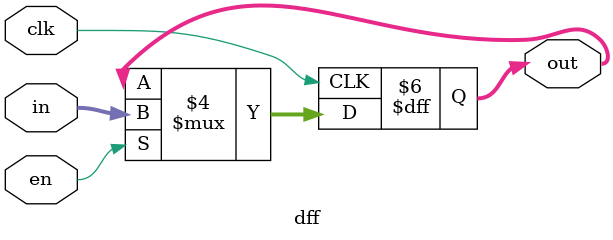
<source format=v>
`timescale 1ns / 1ps


module dff#(parameter n = 6)(
    input clk,
    input [n-1:0] in,
    input en,
    output reg [n-1:0] out
    );
    always @(posedge clk) begin
        if(en == 1) out <= in;
        else out <= out;
    end
endmodule

</source>
